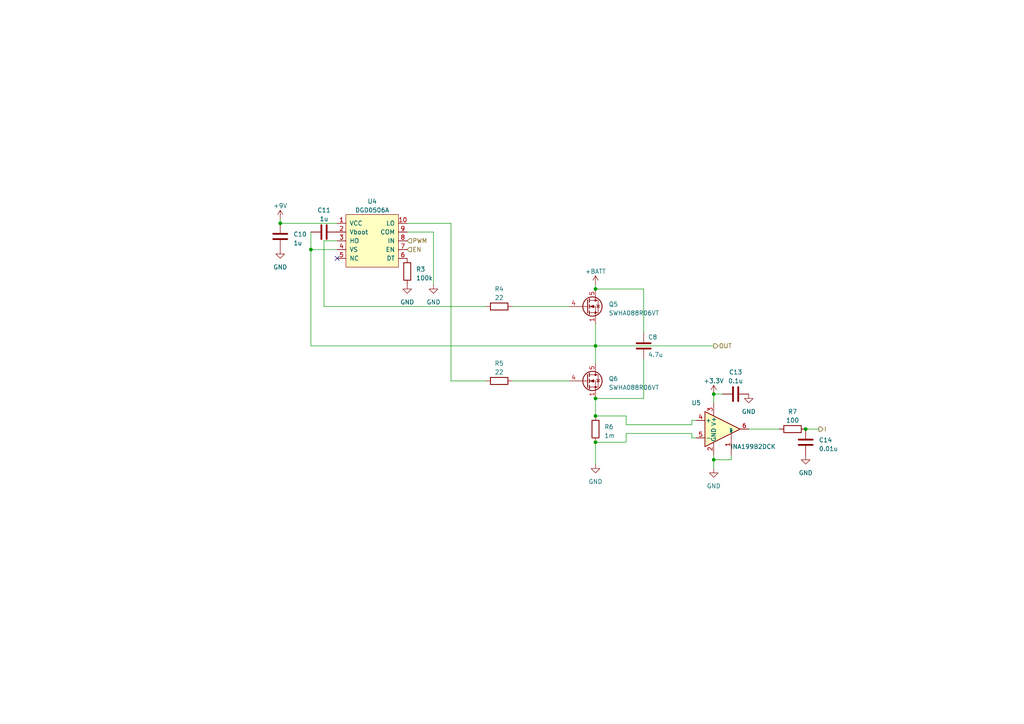
<source format=kicad_sch>
(kicad_sch (version 20230121) (generator eeschema)
  (paper "A4")
  (lib_symbols
    (symbol "Amplifier_Current:INA199xxDCK" (pin_names (offset 0.127))
      (property "Reference" "U" (at 3.81 3.81 0))
      (property "Value" "INA199xxDCK" (at 3.81 -2.54 0))
      (symbol "INA199xxDCK_0_1"
        (polyline (pts (xy 5.08 0) (xy -5.08 5.08) (xy -5.08 -5.08) (xy 5.08 0)) (stroke (width 0.254)) (fill (type background)))
      )
      (symbol "INA199xxDCK_1_1"
        (pin input line (at 2.54 -7.62 90) (length 6.35) (name "REF") (number "1"))
        (pin power_in line (at -2.54 -7.62 90) (length 3.81) (name "GND") (number "2"))
        (pin power_in line (at -2.54 7.62 270) (length 3.81) (name "V+") (number "3"))
        (pin input line (at -7.62 2.54 0) (length 2.54) (name "+") (number "4"))
        (pin input line (at -7.62 -2.54 0) (length 2.54) (name "-") (number "5"))
        (pin output line (at 7.62 0 180) (length 2.54) (name "~") (number "6"))
      )
    )
    (symbol "Device:C" (pin_numbers hide) (pin_names (offset 0.254))
      (property "Reference" "C" (at 0.635 2.54 0))
      (property "Value" "C" (at 0.635 -2.54 0))
      (symbol "C_0_1"
        (polyline (pts (xy -2.032 -0.762) (xy 2.032 -0.762)) (stroke (width 0.508)))
        (polyline (pts (xy -2.032 0.762) (xy 2.032 0.762)) (stroke (width 0.508)))
      )
      (symbol "C_1_1"
        (pin passive line (at 0 3.81 270) (length 2.794) (name "~") (number "1"))
        (pin passive line (at 0 -3.81 90) (length 2.794) (name "~") (number "2"))
      )
    )
    (symbol "Device:R" (pin_numbers hide) (pin_names (offset 0))
      (property "Reference" "R" (at 2.032 0 90))
      (property "Value" "R" (at 0 0 90))
      (symbol "R_0_1"
        (rectangle (start -1.016 -2.54) (end 1.016 2.54) (stroke (width 0.254)))
      )
      (symbol "R_1_1"
        (pin passive line (at 0 3.81 270) (length 1.27) (name "~") (number "1"))
        (pin passive line (at 0 -3.81 90) (length 1.27) (name "~") (number "2"))
      )
    )
    (symbol "Robocon_Gate_Driver:DGD0506A" (pin_names (offset 1.016))
      (property "Reference" "U" (at 0 0 0))
      (property "Value" "DGD0506A" (at 0 0 0))
      (symbol "DGD0506A_0_1"
        (rectangle (start -7.62 -2.54) (end -7.62 -2.54))
        (rectangle (start -7.62 -1.27) (end 7.62 -16.51) (fill (type background)))
      )
      (symbol "DGD0506A_1_1"
        (pin power_in line (at -10.16 -3.81 0) (length 2.54) (name "VCC") (number "1"))
        (pin power_out line (at 10.16 -3.81 180) (length 2.54) (name "LO") (number "10"))
        (pin power_out line (at -10.16 -6.35 0) (length 2.54) (name "Vboot") (number "2"))
        (pin power_out line (at -10.16 -8.89 0) (length 2.54) (name "HO") (number "3"))
        (pin input line (at -10.16 -11.43 0) (length 2.54) (name "VS") (number "4"))
        (pin input line (at -10.16 -13.97 0) (length 2.54) (name "NC") (number "5"))
        (pin input line (at 10.16 -13.97 180) (length 2.54) (name "DT") (number "6"))
        (pin input line (at 10.16 -11.43 180) (length 2.54) (name "EN") (number "7"))
        (pin input line (at 10.16 -8.89 180) (length 2.54) (name "IN") (number "8"))
        (pin power_in line (at 10.16 -6.35 180) (length 2.54) (name "COM") (number "9"))
      )
    )
    (symbol "Transistor_FET:BSC13DN30NSFD" (pin_names hide)
      (property "Reference" "Q" (at 5.08 1.905 0))
      (property "Value" "BSC13DN30NSFD" (at 5.08 0 0))
      (symbol "BSC13DN30NSFD_0_1"
        (polyline (pts (xy 0.254 0) (xy -2.54 0)))
        (polyline (pts (xy 0.254 1.905) (xy 0.254 -1.905)) (stroke (width 0.254)))
        (polyline (pts (xy 0.762 -1.27) (xy 0.762 -2.286)) (stroke (width 0.254)))
        (polyline (pts (xy 0.762 0.508) (xy 0.762 -0.508)) (stroke (width 0.254)))
        (polyline (pts (xy 0.762 2.286) (xy 0.762 1.27)) (stroke (width 0.254)))
        (polyline (pts (xy 2.54 2.54) (xy 2.54 1.778)))
        (polyline (pts (xy 2.54 -2.54) (xy 2.54 0) (xy 0.762 0)))
        (polyline (pts (xy 0.762 -1.778) (xy 3.302 -1.778) (xy 3.302 1.778) (xy 0.762 1.778)))
        (polyline (pts (xy 1.016 0) (xy 2.032 0.381) (xy 2.032 -0.381) (xy 1.016 0)) (fill (type outline)))
        (polyline (pts (xy 2.794 0.508) (xy 2.921 0.381) (xy 3.683 0.381) (xy 3.81 0.254)))
        (polyline (pts (xy 3.302 0.381) (xy 2.921 -0.254) (xy 3.683 -0.254) (xy 3.302 0.381)))
        (circle (center 1.651 0) (radius 2.794) (stroke (width 0.254)))
        (circle (center 2.54 -1.778) (radius 0.254) (fill (type outline)))
        (circle (center 2.54 1.778) (radius 0.254) (fill (type outline)))
      )
      (symbol "BSC13DN30NSFD_1_1"
        (pin passive line (at 2.54 -5.08 90) (length 2.54) (name "S") (number "1"))
        (pin passive line (at 2.54 -5.08 90) (length 2.54) hide (name "S") (number "2"))
        (pin passive line (at 2.54 -5.08 90) (length 2.54) hide (name "S") (number "3"))
        (pin passive line (at -5.08 0 0) (length 2.54) (name "G") (number "4"))
        (pin passive line (at 2.54 5.08 270) (length 2.54) (name "D") (number "5"))
      )
    )
    (symbol "power:+3.3V" (power) (pin_names (offset 0))
      (property "Value" "+3.3V" (at 0 3.556 0))
      (symbol "+3.3V_0_1"
        (polyline (pts (xy -0.762 1.27) (xy 0 2.54)))
        (polyline (pts (xy 0 0) (xy 0 2.54)))
        (polyline (pts (xy 0 2.54) (xy 0.762 1.27)))
      )
      (symbol "+3.3V_1_1"
        (pin power_in line (at 0 0 90) (length 0) hide (name "+3.3V") (number "1"))
      )
    )
    (symbol "power:+9V" (power) (pin_names (offset 0))
      (property "Value" "+9V" (at 0 3.556 0))
      (symbol "+9V_0_1"
        (polyline (pts (xy -0.762 1.27) (xy 0 2.54)))
        (polyline (pts (xy 0 0) (xy 0 2.54)))
        (polyline (pts (xy 0 2.54) (xy 0.762 1.27)))
      )
      (symbol "+9V_1_1"
        (pin power_in line (at 0 0 90) (length 0) hide (name "+9V") (number "1"))
      )
    )
    (symbol "power:+BATT" (power) (pin_names (offset 0))
      (property "Value" "+BATT" (at 0 3.556 0))
      (symbol "+BATT_0_1"
        (polyline (pts (xy -0.762 1.27) (xy 0 2.54)))
        (polyline (pts (xy 0 0) (xy 0 2.54)))
        (polyline (pts (xy 0 2.54) (xy 0.762 1.27)))
      )
      (symbol "+BATT_1_1"
        (pin power_in line (at 0 0 90) (length 0) hide (name "+BATT") (number "1"))
      )
    )
    (symbol "power:GND" (power) (pin_names (offset 0))
      (property "Value" "GND" (at 0 -3.81 0))
      (symbol "GND_0_1"
        (polyline (pts (xy 0 0) (xy 0 -1.27) (xy 1.27 -1.27) (xy 0 -2.54) (xy -1.27 -1.27) (xy 0 -1.27)))
      )
      (symbol "GND_1_1"
        (pin power_in line (at 0 0 270) (length 0) hide (name "GND") (number "1"))
      )
    )
  )
  (junction (at 172.72 128.27))
  (junction (at 233.68 124.46))
  (junction (at 172.72 83.82))
  (junction (at 207.01 133.35))
  (junction (at 172.72 100.33))
  (junction (at 81.28 64.77))
  (junction (at 207.01 114.3))
  (junction (at 172.72 120.65))
  (junction (at 172.72 115.57))
  (junction (at 90.17 72.39))
  (no_connect (at 97.79 74.93))
  (wire (pts (xy 118.11 64.77) (xy 130.81 64.77)))
  (wire (pts (xy 212.09 133.35) (xy 207.01 133.35)))
  (wire (pts (xy 217.17 124.46) (xy 226.06 124.46)))
  (wire (pts (xy 181.61 120.65) (xy 172.72 120.65)))
  (wire (pts (xy 181.61 128.27) (xy 181.61 125.73)))
  (wire (pts (xy 90.17 67.31) (xy 90.17 72.39)))
  (wire (pts (xy 207.01 114.3) (xy 207.01 116.84)))
  (wire (pts (xy 97.79 69.85) (xy 93.98 69.85)))
  (wire (pts (xy 172.72 128.27) (xy 172.72 134.62)))
  (wire (pts (xy 181.61 125.73) (xy 200.66 125.73)))
  (wire (pts (xy 207.01 114.3) (xy 209.55 114.3)))
  (wire (pts (xy 172.72 100.33) (xy 207.01 100.33)))
  (wire (pts (xy 207.01 132.08) (xy 207.01 133.35)))
  (wire (pts (xy 148.59 88.9) (xy 165.1 88.9)))
  (wire (pts (xy 186.69 104.14) (xy 186.69 115.57)))
  (wire (pts (xy 186.69 115.57) (xy 172.72 115.57)))
  (wire (pts (xy 93.98 88.9) (xy 140.97 88.9)))
  (wire (pts (xy 172.72 115.57) (xy 172.72 120.65)))
  (wire (pts (xy 172.72 93.98) (xy 172.72 100.33)))
  (wire (pts (xy 148.59 110.49) (xy 165.1 110.49)))
  (wire (pts (xy 201.93 121.92) (xy 200.66 121.92)))
  (wire (pts (xy 200.66 127) (xy 201.93 127)))
  (wire (pts (xy 200.66 123.19) (xy 181.61 123.19)))
  (wire (pts (xy 90.17 72.39) (xy 90.17 100.33)))
  (wire (pts (xy 90.17 100.33) (xy 172.72 100.33)))
  (wire (pts (xy 200.66 121.92) (xy 200.66 123.19)))
  (wire (pts (xy 172.72 100.33) (xy 172.72 105.41)))
  (wire (pts (xy 172.72 128.27) (xy 181.61 128.27)))
  (wire (pts (xy 186.69 83.82) (xy 172.72 83.82)))
  (wire (pts (xy 181.61 123.19) (xy 181.61 120.65)))
  (wire (pts (xy 81.28 63.5) (xy 81.28 64.77)))
  (wire (pts (xy 207.01 133.35) (xy 207.01 135.89)))
  (wire (pts (xy 130.81 64.77) (xy 130.81 110.49)))
  (wire (pts (xy 186.69 96.52) (xy 186.69 83.82)))
  (wire (pts (xy 200.66 125.73) (xy 200.66 127)))
  (wire (pts (xy 130.81 110.49) (xy 140.97 110.49)))
  (wire (pts (xy 125.73 82.55) (xy 125.73 67.31)))
  (wire (pts (xy 90.17 72.39) (xy 97.79 72.39)))
  (wire (pts (xy 212.09 132.08) (xy 212.09 133.35)))
  (wire (pts (xy 172.72 82.55) (xy 172.72 83.82)))
  (wire (pts (xy 93.98 69.85) (xy 93.98 88.9)))
  (wire (pts (xy 233.68 124.46) (xy 237.49 124.46)))
  (wire (pts (xy 125.73 67.31) (xy 118.11 67.31)))
  (wire (pts (xy 81.28 64.77) (xy 97.79 64.77)))
  (hierarchical_label "EN" (shape input) (at 118.11 72.39 0))
  (hierarchical_label "OUT" (shape output) (at 207.01 100.33 0))
  (hierarchical_label "I" (shape output) (at 237.49 124.46 0))
  (hierarchical_label "PWM" (shape input) (at 118.11 69.85 0))
  (symbol (lib_id "power:+BATT") (at 172.72 82.55 0) (unit 1)
    (property "Reference" "#PWR027" (effects hide))
    (property "Value" "+BATT" (at 172.72 78.74 0))
    (instances (project "sMDU" (path "" (reference "#PWR027") (unit 1)) (path "" (reference "#PWR045") (unit 1)) (path "" (reference "#PWR055") (unit 1))))
  )
  (symbol (lib_id "power:+9V") (at 81.28 63.5 0) (unit 1)
    (property "Reference" "#PWR023" (effects hide))
    (property "Value" "+9V" (at 81.28 59.69 0))
    (instances (project "sMDU" (path "" (reference "#PWR023") (unit 1)) (path "" (reference "#PWR041") (unit 1)) (path "" (reference "#PWR051") (unit 1))))
  )
  (symbol (lib_id "Device:R") (at 172.72 124.46 0) (unit 1)
    (property "Reference" "R6" (at 175.26 123.825 0) (effects (justify left)))
    (property "Value" "1m" (at 175.26 126.365 0) (effects (justify left)))
    (property "Footprint" "Resistor_SMD:R_1206_3216Metric_Pad1.30x1.75mm_HandSolder" (effects hide))
    (property "LCSC" "C914835" (effects hide))
    (instances (project "sMDU" (path "" (reference "R6") (unit 1)) (path "" (reference "R11") (unit 1)) (path "" (reference "R16") (unit 1))))
  )
  (symbol (lib_id "Transistor_FET:BSC13DN30NSFD") (at 170.18 88.9 0) (unit 1)
    (property "Reference" "Q5" (at 176.53 88.265 0) (effects (justify left)))
    (property "Value" "SWHA088R06VT" (at 176.53 90.805 0) (effects (justify left)))
    (property "Footprint" "Package_TO_SOT_SMD:TDSON-8-1" (effects hide))
    (property "Datasheet" "https://www.infineon.com/dgdl/Infineon-BSC13DN30NSFD-DS-v02_01-EN.pdf?fileId=5546d46259b0420a0159d5c940fc0d9a" (effects hide))
    (property "LCSC" "C5151871" (effects hide))
    (instances (project "sMDU" (path "" (reference "Q5") (unit 1)) (path "" (reference "Q1") (unit 1)) (path "" (reference "Q3") (unit 1))))
  )
  (symbol (lib_id "power:GND") (at 207.01 135.89 0) (unit 1)
    (property "Reference" "#PWR030" (effects hide))
    (property "Value" "GND" (at 207.01 140.97 0))
    (instances (project "sMDU" (path "" (reference "#PWR030") (unit 1)) (path "" (reference "#PWR048") (unit 1)) (path "" (reference "#PWR058") (unit 1))))
  )
  (symbol (lib_id "power:GND") (at 233.68 132.08 0) (unit 1)
    (property "Reference" "#PWR032" (effects hide))
    (property "Value" "GND" (at 233.68 137.16 0))
    (instances (project "sMDU" (path "" (reference "#PWR032") (unit 1)) (path "" (reference "#PWR050") (unit 1)) (path "" (reference "#PWR060") (unit 1))))
  )
  (symbol (lib_id "Device:C") (at 233.68 128.27 0) (unit 1)
    (property "Reference" "C14" (at 237.49 127.635 0) (effects (justify left)))
    (property "Value" "0.01u" (at 237.49 130.175 0) (effects (justify left)))
    (property "Footprint" "Capacitor_SMD:C_0603_1608Metric_Pad1.08x0.95mm_HandSolder" (effects hide))
    (property "LCSC" "C57112" (effects hide))
    (instances (project "sMDU" (path "" (reference "C14") (unit 1)) (path "" (reference "C22") (unit 1)) (path "" (reference "C27") (unit 1))))
  )
  (symbol (lib_id "Device:R") (at 144.78 110.49 90) (unit 1)
    (property "Reference" "R5" (at 144.78 105.41 90))
    (property "Value" "22" (at 144.78 107.95 90))
    (property "Footprint" "Resistor_SMD:R_0603_1608Metric_Pad0.98x0.95mm_HandSolder" (effects hide))
    (property "LCSC" "C23345" (effects hide))
    (instances (project "sMDU" (path "" (reference "R5") (unit 1)) (path "" (reference "R10") (unit 1)) (path "" (reference "R15") (unit 1))))
  )
  (symbol (lib_id "Transistor_FET:BSC13DN30NSFD") (at 170.18 110.49 0) (unit 1)
    (property "Reference" "Q6" (at 176.53 109.855 0) (effects (justify left)))
    (property "Value" "SWHA088R06VT" (at 176.53 112.395 0) (effects (justify left)))
    (property "Footprint" "Package_TO_SOT_SMD:TDSON-8-1" (effects hide))
    (property "Datasheet" "https://www.infineon.com/dgdl/Infineon-BSC13DN30NSFD-DS-v02_01-EN.pdf?fileId=5546d46259b0420a0159d5c940fc0d9a" (effects hide))
    (property "LCSC" "C5151871" (effects hide))
    (instances (project "sMDU" (path "" (reference "Q6") (unit 1)) (path "" (reference "Q2") (unit 1)) (path "" (reference "Q4") (unit 1))))
  )
  (symbol (lib_id "Robocon_Gate_Driver:DGD0506A") (at 107.95 60.96 0) (unit 1)
    (property "Reference" "U4" (at 107.95 58.42 0))
    (property "Value" "DGD0506A" (at 107.95 60.96 0))
    (property "Footprint" "Package_SO:MSOP-10_3x3mm_P0.5mm" (effects hide))
    (property "LCSC" "C460681" (effects hide))
    (instances (project "sMDU" (path "" (reference "U4") (unit 1)) (path "" (reference "U7") (unit 1)) (path "" (reference "U9") (unit 1))))
  )
  (symbol (lib_id "power:GND") (at 81.28 72.39 0) (unit 1)
    (property "Reference" "#PWR042" (effects hide))
    (property "Value" "GND" (at 81.28 77.47 0))
    (instances (project "sMDU" (path "" (reference "#PWR042") (unit 1)) (path "" (reference "#PWR024") (unit 1)) (path "" (reference "#PWR052") (unit 1))))
  )
  (symbol (lib_id "Device:R") (at 229.87 124.46 90) (unit 1)
    (property "Reference" "R7" (at 229.87 119.38 90))
    (property "Value" "100" (at 229.87 121.92 90))
    (property "Footprint" "Resistor_SMD:R_0603_1608Metric_Pad0.98x0.95mm_HandSolder" (effects hide))
    (property "LCSC" "C22775" (effects hide))
    (instances (project "sMDU" (path "" (reference "R7") (unit 1)) (path "" (reference "R12") (unit 1)) (path "" (reference "R17") (unit 1))))
  )
  (symbol (lib_id "Device:C") (at 81.28 68.58 180) (unit 1)
    (property "Reference" "C10" (at 85.09 67.945 0) (effects (justify right)))
    (property "Value" "1u" (at 85.09 70.485 0) (effects (justify right)))
    (property "Footprint" "Capacitor_SMD:C_0603_1608Metric_Pad1.08x0.95mm_HandSolder" (effects hide))
    (property "LCSC" "C15849" (effects hide))
    (instances (project "sMDU" (path "" (reference "C10") (unit 1)) (path "" (reference "C18") (unit 1)) (path "" (reference "C23") (unit 1))))
  )
  (symbol (lib_id "power:+3.3V") (at 207.01 114.3 0) (unit 1)
    (property "Reference" "#PWR029" (effects hide))
    (property "Value" "+3.3V" (at 207.01 110.49 0))
    (instances (project "sMDU" (path "" (reference "#PWR029") (unit 1)) (path "" (reference "#PWR047") (unit 1)) (path "" (reference "#PWR057") (unit 1))))
  )
  (symbol (lib_id "power:GND") (at 118.11 82.55 0) (unit 1)
    (property "Reference" "#PWR025" (effects hide))
    (property "Value" "GND" (at 118.11 87.63 0))
    (instances (project "sMDU" (path "" (reference "#PWR025") (unit 1)) (path "" (reference "#PWR043") (unit 1)) (path "" (reference "#PWR053") (unit 1))))
  )
  (symbol (lib_id "power:GND") (at 217.17 114.3 0) (unit 1)
    (property "Reference" "#PWR031" (effects hide))
    (property "Value" "GND" (at 217.17 119.38 0))
    (instances (project "sMDU" (path "" (reference "#PWR031") (unit 1)) (path "" (reference "#PWR049") (unit 1)) (path "" (reference "#PWR059") (unit 1))))
  )
  (symbol (lib_id "power:GND") (at 125.73 82.55 0) (unit 1)
    (property "Reference" "#PWR026" (effects hide))
    (property "Value" "GND" (at 125.73 87.63 0))
    (instances (project "sMDU" (path "" (reference "#PWR026") (unit 1)) (path "" (reference "#PWR044") (unit 1)) (path "" (reference "#PWR054") (unit 1))))
  )
  (symbol (lib_id "Device:C") (at 93.98 67.31 90) (unit 1)
    (property "Reference" "C11" (at 93.98 60.96 90))
    (property "Value" "1u" (at 93.98 63.5 90))
    (property "Footprint" "Capacitor_SMD:C_0603_1608Metric_Pad1.08x0.95mm_HandSolder" (effects hide))
    (property "LCSC" "C15849" (effects hide))
    (instances (project "sMDU" (path "" (reference "C11") (unit 1)) (path "" (reference "C19") (unit 1)) (path "" (reference "C24") (unit 1))))
  )
  (symbol (lib_id "Device:C") (at 186.69 100.33 0) (unit 1)
    (property "Reference" "C8" (at 187.96 97.79 0) (effects (justify left)))
    (property "Value" "4.7u" (at 187.96 102.87 0) (effects (justify left)))
    (property "Footprint" "Capacitor_SMD:C_0805_2012Metric_Pad1.18x1.45mm_HandSolder" (effects hide))
    (property "LCSC" "C1779" (effects hide))
    (instances (project "sMDU" (path "" (reference "C8") (unit 1)) (path "" (reference "C12") (unit 1)) (path "" (reference "C20") (unit 1)) (path "" (reference "C25") (unit 1))))
  )
  (symbol (lib_id "Device:C") (at 213.36 114.3 90) (unit 1)
    (property "Reference" "C13" (at 213.36 107.95 90))
    (property "Value" "0.1u" (at 213.36 110.49 90))
    (property "Footprint" "Capacitor_SMD:C_0603_1608Metric_Pad1.08x0.95mm_HandSolder" (effects hide))
    (property "LCSC" "C14663" (effects hide))
    (instances (project "sMDU" (path "" (reference "C13") (unit 1)) (path "" (reference "C21") (unit 1)) (path "" (reference "C26") (unit 1))))
  )
  (symbol (lib_id "power:GND") (at 172.72 134.62 0) (unit 1)
    (property "Reference" "#PWR028" (effects hide))
    (property "Value" "GND" (at 172.72 139.7 0))
    (instances (project "sMDU" (path "" (reference "#PWR028") (unit 1)) (path "" (reference "#PWR046") (unit 1)) (path "" (reference "#PWR056") (unit 1))))
  )
  (symbol (lib_id "Amplifier_Current:INA199xxDCK") (at 209.55 124.46 0) (unit 1)
    (property "Reference" "U5" (at 201.93 116.84 0))
    (property "Value" "INA199B2DCK" (at 218.44 129.54 0))
    (property "Footprint" "Package_TO_SOT_SMD:SOT-363_SC-70-6" (effects hide))
    (property "Datasheet" "http://www.ti.com/lit/ds/symlink/ina199.pdf" (effects hide))
    (property "LCSC" "C2857879" (effects hide))
    (instances (project "sMDU" (path "" (reference "U5") (unit 1)) (path "" (reference "U8") (unit 1)) (path "" (reference "U10") (unit 1))))
  )
  (symbol (lib_id "Device:R") (at 144.78 88.9 90) (unit 1)
    (property "Reference" "R4" (at 144.78 83.82 90))
    (property "Value" "22" (at 144.78 86.36 90))
    (property "Footprint" "Resistor_SMD:R_0603_1608Metric_Pad0.98x0.95mm_HandSolder" (effects hide))
    (property "LCSC" "C23345" (effects hide))
    (instances (project "sMDU" (path "" (reference "R4") (unit 1)) (path "" (reference "R9") (unit 1)) (path "" (reference "R14") (unit 1))))
  )
  (symbol (lib_id "Device:R") (at 118.11 78.74 0) (unit 1)
    (property "Reference" "R3" (at 120.65 78.105 0) (effects (justify left)))
    (property "Value" "100k" (at 120.65 80.645 0) (effects (justify left)))
    (property "Footprint" "Resistor_SMD:R_0603_1608Metric_Pad0.98x0.95mm_HandSolder" (effects hide))
    (property "LCSC" "C25803" (effects hide))
    (instances (project "sMDU" (path "" (reference "R3") (unit 1)) (path "" (reference "R8") (unit 1)) (path "" (reference "R13") (unit 1))))
  )
)
</source>
